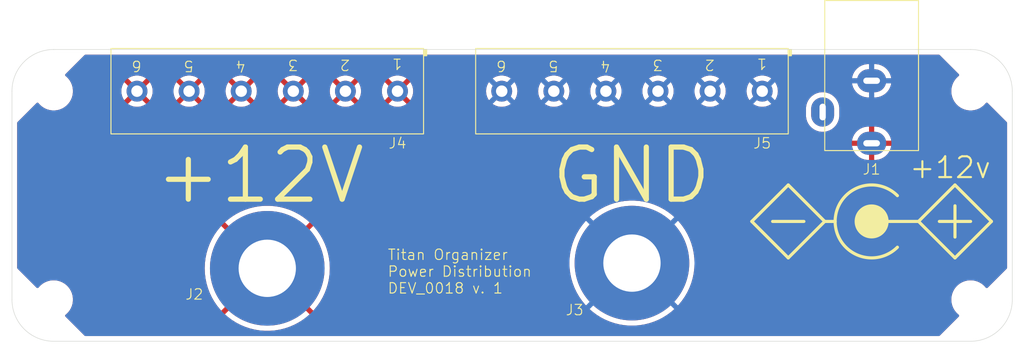
<source format=kicad_pcb>
(kicad_pcb (version 20240108) (generator "pcbnew") (generator_version "8.0")
  (layers (0 "F.Cu" signal) (31 "B.Cu" signal) (34 "B.Paste" user) (35 "F.Paste" user) (36 "B.SilkS" user "B.Silkscreen") (37 "F.SilkS" user "F.Silkscreen") (38 "B.Mask" user) (39 "F.Mask" user) (44 "Edge.Cuts" user))
  (net 0 "")
  (net 1 "+12V")
  (net 3 "GND")
  (footprint "MountingHole:MountingHole_3.2mm_M3" (layer "F.Cu") (at 142 80)
    (property "Reference" "H1" (hide yes))
    (property "Value" "MountingHole")
    (pad "" np_thru_hole circle (at 0 0) (size 3.2 3.2) (drill 3.2) (layers "*.Cu" "*.Mask"))
  )
  (footprint "TitanPowerOrg:PJ_102ah" (layer "F.Cu") (at 220.5 85 -90)
    (property "Reference" "J1" (at 2.5 0 0) (layer "F.SilkS") (effects (font (thickness 0.1))))
    (property "Value" "Barrel_Jack_Switch")
    (fp_rect (start -13.7 -4.5) (end 0.7 4.5) (stroke (width 0.1)) (fill none) (layer "F.SilkS"))
    (pad "1" thru_hole oval (at 0 0 270) (size 2.2 2.8) (drill oval 0.6 1.6) (layers "*.Cu" "*.Mask") (net 1 "+12V"))
    (pad "2" thru_hole oval (at -6 0 270) (size 2.2 2.8) (drill oval 0.6 1.6) (layers "*.Cu" "*.Mask") (net 3 "GND"))
    (pad "3" thru_hole oval (at -3 4.7 270) (size 2.8 2.2) (drill oval 1.6 0.6) (layers "*.Cu" "*.Mask"))
  )
  (footprint "TitanPowerOrg:Molex_398900306" (layer "F.Cu") (at 175 80 180)
    (property "Reference" "J4" (at 0 -5 0) (layer "F.SilkS") (effects (font (thickness 0.1))))
    (property "Value" "Screw_Terminal_01x06")
    (fp_rect (start -2.5 -4.1) (end 27.5 4.1) (stroke (width 0.1)) (fill none) (layer "F.SilkS"))
    (fp_rect (start -2.8 3.4) (end -2.5 4) (stroke (width 0.1)) (fill solid) (layer "F.SilkS"))
    (fp_text user "2" (at 4.5 3.1 180) (layer "F.SilkS") (effects (font (thickness 0.1)) (justify left bottom)))
    (fp_text user "6" (at 24.5 3 180) (layer "F.SilkS") (effects (font (thickness 0.1)) (justify left bottom)))
    (fp_text user "5" (at 19.5 3 180) (layer "F.SilkS") (effects (font (thickness 0.1)) (justify left bottom)))
    (fp_text user "3" (at 9.5 3.1 180) (layer "F.SilkS") (effects (font (thickness 0.1)) (justify left bottom)))
    (fp_text user "4" (at 14.5 3 180) (layer "F.SilkS") (effects (font (thickness 0.1)) (justify left bottom)))
    (fp_text user "1" (at -0.5 3.2 180) (layer "F.SilkS") (effects (font (thickness 0.1)) (justify left bottom)))
    (pad "1" thru_hole circle (at 0 0 180) (size 2 2) (drill 1.1) (layers "*.Cu" "*.Mask") (net 1 "+12V"))
    (pad "2" thru_hole circle (at 5 0 180) (size 2 2) (drill 1.1) (layers "*.Cu" "*.Mask") (net 1 "+12V"))
    (pad "3" thru_hole circle (at 10 0 180) (size 2 2) (drill 1.1) (layers "*.Cu" "*.Mask") (net 1 "+12V"))
    (pad "4" thru_hole circle (at 15 0 180) (size 2 2) (drill 1.1) (layers "*.Cu" "*.Mask") (net 1 "+12V"))
    (pad "5" thru_hole circle (at 20 0 180) (size 2 2) (drill 1.1) (layers "*.Cu" "*.Mask") (net 1 "+12V"))
    (pad "6" thru_hole circle (at 25 0 180) (size 2 2) (drill 1.1) (layers "*.Cu" "*.Mask") (net 1 "+12V"))
  )
  (footprint "MountingHole:MountingHole_3.2mm_M3" (layer "F.Cu") (at 142 100)
    (property "Reference" "H4" (hide yes))
    (property "Value" "MountingHole")
    (pad "" np_thru_hole circle (at 0 0) (size 3.2 3.2) (drill 3.2) (layers "*.Cu" "*.Mask"))
  )
  (footprint "TitanPowerOrg:Keystone_575" (layer "F.Cu") (at 197.5 96.5)
    (property "Reference" "J3" (at -5.5 4.5 0) (layer "F.SilkS") (effects (font (thickness 0.1))))
    (property "Value" "~")
    (pad "1" thru_hole circle (at 0 0) (size 11 11) (drill 5.5) (layers "*.Cu" "*.Mask" "F.Paste") (net 3 "GND"))
  )
  (footprint "TitanPowerOrg:Molex_398900306" (layer "F.Cu") (at 210 80 180)
    (property "Reference" "J5" (at 0 -5 0) (layer "F.SilkS") (effects (font (thickness 0.1))))
    (property "Value" "Screw_Terminal_01x06")
    (fp_rect (start -2.5 -4.1) (end 27.5 4.1) (stroke (width 0.1)) (fill none) (layer "F.SilkS"))
    (fp_rect (start -2.8 3.4) (end -2.5 4) (stroke (width 0.1)) (fill solid) (layer "F.SilkS"))
    (fp_text user "3" (at 9.5 3.1 180) (layer "F.SilkS") (effects (font (thickness 0.1)) (justify left bottom)))
    (fp_text user "6" (at 24.5 3 180) (layer "F.SilkS") (effects (font (thickness 0.1)) (justify left bottom)))
    (fp_text user "4" (at 14.5 3 180) (layer "F.SilkS") (effects (font (thickness 0.1)) (justify left bottom)))
    (fp_text user "2" (at 4.5 3.1 180) (layer "F.SilkS") (effects (font (thickness 0.1)) (justify left bottom)))
    (fp_text user "5" (at 19.5 3 180) (layer "F.SilkS") (effects (font (thickness 0.1)) (justify left bottom)))
    (fp_text user "1" (at -0.5 3.2 180) (layer "F.SilkS") (effects (font (thickness 0.1)) (justify left bottom)))
    (pad "1" thru_hole circle (at 0 0 180) (size 2 2) (drill 1.1) (layers "*.Cu" "*.Mask") (net 3 "GND"))
    (pad "2" thru_hole circle (at 5 0 180) (size 2 2) (drill 1.1) (layers "*.Cu" "*.Mask") (net 3 "GND"))
    (pad "3" thru_hole circle (at 10 0 180) (size 2 2) (drill 1.1) (layers "*.Cu" "*.Mask") (net 3 "GND"))
    (pad "4" thru_hole circle (at 15 0 180) (size 2 2) (drill 1.1) (layers "*.Cu" "*.Mask") (net 3 "GND"))
    (pad "5" thru_hole circle (at 20 0 180) (size 2 2) (drill 1.1) (layers "*.Cu" "*.Mask") (net 3 "GND"))
    (pad "6" thru_hole circle (at 25 0 180) (size 2 2) (drill 1.1) (layers "*.Cu" "*.Mask") (net 3 "GND"))
  )
  (footprint "MountingHole:MountingHole_3.2mm_M3" (layer "F.Cu") (at 230 80)
    (property "Reference" "H2" (hide yes))
    (property "Value" "MountingHole")
    (pad "" np_thru_hole circle (at 0 0) (size 3.2 3.2) (drill 3.2) (layers "*.Cu" "*.Mask"))
  )
  (footprint "MountingHole:MountingHole_3.2mm_M3" (layer "F.Cu") (at 230 100)
    (property "Reference" "H3" (hide yes))
    (property "Value" "MountingHole")
    (pad "" np_thru_hole circle (at 0 0) (size 3.2 3.2) (drill 3.2) (layers "*.Cu" "*.Mask"))
  )
  (footprint "TitanPowerOrg:Keystone_575" (layer "F.Cu") (at 162.5 97)
    (property "Reference" "J2" (at -7 2.5 0) (layer "F.SilkS") (effects (font (thickness 0.1))))
    (property "Value" "~")
    (pad "1" thru_hole circle (at 0 0) (size 11 11) (drill 5.5) (layers "*.Cu" "*.Mask" "F.Paste") (net 1 "+12V"))
  )
  (gr_line (start 220.5 92.5) (end 225 92.5) (stroke (width 0.3)) (layer "F.SilkS"))
  (gr_line (start 209 92.5) (end 212.5 96) (stroke (width 0.3)) (layer "F.SilkS"))
  (gr_line (start 232 92.5) (end 228.5 96) (stroke (width 0.3)) (layer "F.SilkS"))
  (gr_line (start 212.5 96) (end 216 92.5) (stroke (width 0.3)) (layer "F.SilkS"))
  (gr_line (start 216 92.5) (end 212.5 89) (stroke (width 0.3)) (layer "F.SilkS"))
  (gr_line (start 228.5 91) (end 228.5 94) (stroke (width 0.3)) (layer "F.SilkS"))
  (gr_line (start 217 92.5) (end 216 92.5) (stroke (width 0.3)) (layer "F.SilkS"))
  (gr_line (start 228.5 89) (end 232 92.5) (stroke (width 0.3)) (layer "F.SilkS"))
  (gr_line (start 227 92.5) (end 230 92.5) (stroke (width 0.3)) (layer "F.SilkS"))
  (gr_arc (start 222.974874 94.974874) (mid 217 92.5) (end 222.974874 90.025126) (stroke (width 0.3)) (layer "F.SilkS"))
  (gr_circle (center 220.5 92.5) (end 222.081139 92.5) (stroke (width 0.1)) (fill solid) (layer "F.SilkS"))
  (gr_line (start 228.5 96) (end 225 92.5) (stroke (width 0.3)) (layer "F.SilkS"))
  (gr_line (start 225 92.5) (end 228.5 89) (stroke (width 0.3)) (layer "F.SilkS"))
  (gr_line (start 211 92.5) (end 214 92.5) (stroke (width 0.3)) (layer "F.SilkS"))
  (gr_line (start 212.5 89) (end 209 92.5) (stroke (width 0.3)) (layer "F.SilkS"))
  (gr_arc (start 138 80) (mid 139.171573 77.171573) (end 142 76) (stroke (width 0.05)) (layer "Edge.Cuts"))
  (gr_arc (start 230 76) (mid 232.828427 77.171573) (end 234 80) (stroke (width 0.05)) (layer "Edge.Cuts"))
  (gr_line (start 142 104) (end 230 104) (stroke (width 0.05)) (layer "Edge.Cuts"))
  (gr_arc (start 142 104) (mid 139.171573 102.828427) (end 138 100) (stroke (width 0.05)) (layer "Edge.Cuts"))
  (gr_arc (start 234 100) (mid 232.828427 102.828427) (end 230 104) (stroke (width 0.05)) (layer "Edge.Cuts"))
  (gr_line (start 230 76) (end 142 76) (stroke (width 0.05)) (layer "Edge.Cuts"))
  (gr_line (start 138 80) (end 138 100) (stroke (width 0.05)) (layer "Edge.Cuts"))
  (gr_line (start 234 100) (end 234 80) (stroke (width 0.05)) (layer "Edge.Cuts"))
  (gr_text "GND" (at 189.5 91 0) (layer "F.SilkS") (effects (font (size 5 5) (thickness 0.5)) (justify left bottom)))
  (gr_text "+12V" (at 151.5 91 0) (layer "F.SilkS") (effects (font (size 5 5) (thickness 0.5)) (justify left bottom)))
  (gr_text "Titan Organizer\nPower Distribution\nDEV_0018 v. 1" (at 174 99.5 0) (layer "F.SilkS") (effects (font (size 1 1) (thickness 0.1)) (justify left bottom)))
  (gr_text "+12v" (at 224 88.5 0) (layer "F.SilkS") (effects (font (size 2 2) (thickness 0.2)) (justify left bottom)))
  (zone (net 1) (net_name "+12V") (layer "F.Cu") (connect_pads (clearance 0.5)) (min_thickness 0.25) (fill yes (thermal_gap 0.5) (thermal_bridge_width 0.5))
    (polygon (pts (xy 145 103.5) (xy 138.5 97) (xy 138.5 83) (xy 145 76.5) (xy 227 76.5) (xy 233.5 83) (xy 233.5 97) (xy 227 103.5)))
  )
  (zone (net 3) (net_name "GND") (layer "B.Cu") (priority 1) (connect_pads (clearance 0.5)) (min_thickness 0.25) (fill yes (thermal_gap 0.5) (thermal_bridge_width 0.5))
    (polygon (pts (xy 144.5 103) (xy 138.5 97) (xy 138.5 83) (xy 145 76.5) (xy 227 76.5) (xy 233.5 83) (xy 233.5 97) (xy 227 103.5) (xy 145 103.5)))
  )
)
</source>
